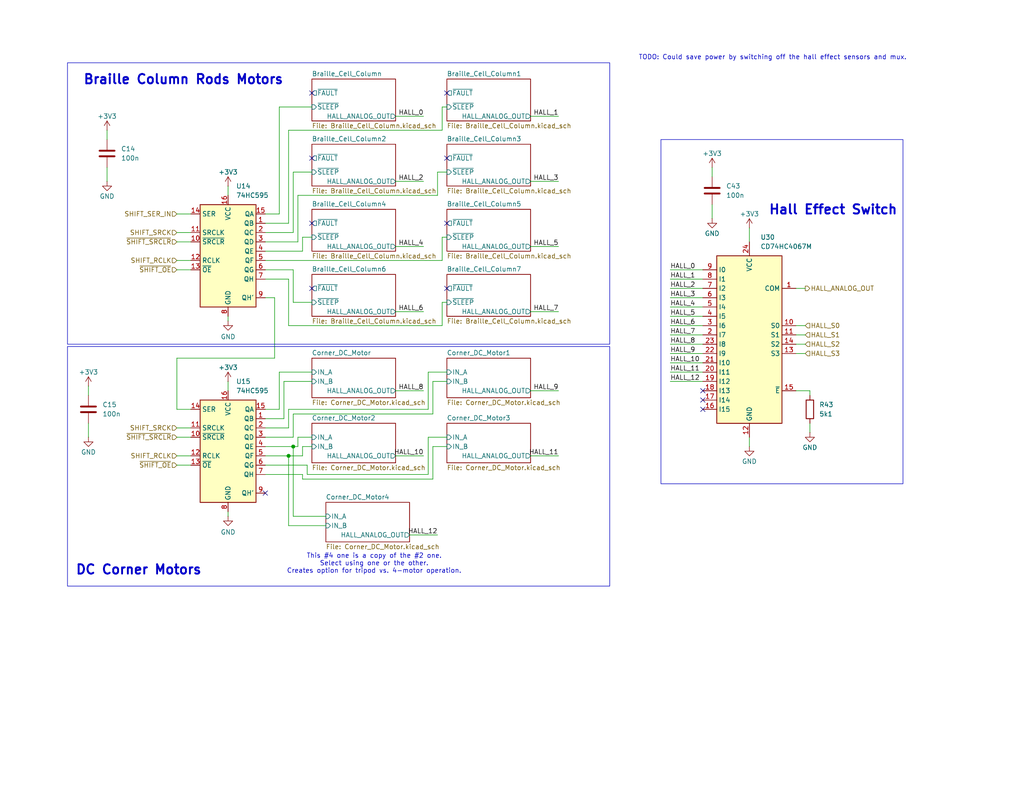
<source format=kicad_sch>
(kicad_sch (version 20231120) (generator "eeschema") (generator_version "8.0")
  (paper "USLetter")
  (lib_symbols
    (symbol "74xx:74HC595"
      (property "Reference" "U" (at -7.62 13.97 0))
      (property "Value" "74HC595" (at -7.62 -16.51 0))
      (symbol "74HC595_1_0"
        (pin tri_state line (at 10.16 7.62 180) (length 2.54) (name "QB") (number "1"))
        (pin input line (at -10.16 2.54 0) (length 2.54) (name "~{SRCLR}") (number "10"))
        (pin input line (at -10.16 5.08 0) (length 2.54) (name "SRCLK") (number "11"))
        (pin input line (at -10.16 -2.54 0) (length 2.54) (name "RCLK") (number "12"))
        (pin input line (at -10.16 -5.08 0) (length 2.54) (name "~{OE}") (number "13"))
        (pin input line (at -10.16 10.16 0) (length 2.54) (name "SER") (number "14"))
        (pin tri_state line (at 10.16 10.16 180) (length 2.54) (name "QA") (number "15"))
        (pin power_in line (at 0 15.24 270) (length 2.54) (name "VCC") (number "16"))
        (pin tri_state line (at 10.16 5.08 180) (length 2.54) (name "QC") (number "2"))
        (pin tri_state line (at 10.16 2.54 180) (length 2.54) (name "QD") (number "3"))
        (pin tri_state line (at 10.16 0 180) (length 2.54) (name "QE") (number "4"))
        (pin tri_state line (at 10.16 -2.54 180) (length 2.54) (name "QF") (number "5"))
        (pin tri_state line (at 10.16 -5.08 180) (length 2.54) (name "QG") (number "6"))
        (pin tri_state line (at 10.16 -7.62 180) (length 2.54) (name "QH") (number "7"))
        (pin power_in line (at 0 -17.78 90) (length 2.54) (name "GND") (number "8"))
        (pin output line (at 10.16 -12.7 180) (length 2.54) (name "QH'") (number "9"))
      )
      (symbol "74HC595_1_1"
        (rectangle (start -7.62 12.7) (end 7.62 -15.24) (stroke (width 0.254)) (fill (type background)))
      )
    )
    (symbol "74xx:CD74HC4067M"
      (property "Reference" "U" (at -8.89 22.86 0))
      (property "Value" "CD74HC4067M" (at 1.27 22.86 0))
      (symbol "CD74HC4067M_0_1"
        (rectangle (start -8.89 21.59) (end 8.89 -24.13) (stroke (width 0.254)) (fill (type background)))
      )
      (symbol "CD74HC4067M_1_1"
        (pin passive line (at -12.7 12.7 0) (length 3.81) (name "COM") (number "1"))
        (pin input line (at -12.7 2.54 0) (length 3.81) (name "S0") (number "10"))
        (pin input line (at -12.7 0 0) (length 3.81) (name "S1") (number "11"))
        (pin power_in line (at 0 -27.94 90) (length 3.81) (name "GND") (number "12"))
        (pin input line (at -12.7 -5.08 0) (length 3.81) (name "S3") (number "13"))
        (pin input line (at -12.7 -2.54 0) (length 3.81) (name "S2") (number "14"))
        (pin input line (at -12.7 -15.24 0) (length 3.81) (name "~{E}") (number "15"))
        (pin passive line (at 12.7 -20.32 180) (length 3.81) (name "I15") (number "16"))
        (pin passive line (at 12.7 -17.78 180) (length 3.81) (name "I14") (number "17"))
        (pin passive line (at 12.7 -15.24 180) (length 3.81) (name "I13") (number "18"))
        (pin passive line (at 12.7 -12.7 180) (length 3.81) (name "I12") (number "19"))
        (pin passive line (at 12.7 0 180) (length 3.81) (name "I7") (number "2"))
        (pin passive line (at 12.7 -10.16 180) (length 3.81) (name "I11") (number "20"))
        (pin passive line (at 12.7 -7.62 180) (length 3.81) (name "I10") (number "21"))
        (pin passive line (at 12.7 -5.08 180) (length 3.81) (name "I9") (number "22"))
        (pin passive line (at 12.7 -2.54 180) (length 3.81) (name "I8") (number "23"))
        (pin power_in line (at 0 25.4 270) (length 3.81) (name "VCC") (number "24"))
        (pin passive line (at 12.7 2.54 180) (length 3.81) (name "I6") (number "3"))
        (pin passive line (at 12.7 5.08 180) (length 3.81) (name "I5") (number "4"))
        (pin passive line (at 12.7 7.62 180) (length 3.81) (name "I4") (number "5"))
        (pin passive line (at 12.7 10.16 180) (length 3.81) (name "I3") (number "6"))
        (pin passive line (at 12.7 12.7 180) (length 3.81) (name "I2") (number "7"))
        (pin passive line (at 12.7 15.24 180) (length 3.81) (name "I1") (number "8"))
        (pin passive line (at 12.7 17.78 180) (length 3.81) (name "I0") (number "9"))
      )
    )
    (symbol "Device:C" (pin_numbers hide) (pin_names (offset 0.254))
      (property "Reference" "C" (at 0.635 2.54 0))
      (property "Value" "C" (at 0.635 -2.54 0))
      (symbol "C_0_1"
        (polyline (pts (xy -2.032 -0.762) (xy 2.032 -0.762)) (stroke (width 0.508)))
        (polyline (pts (xy -2.032 0.762) (xy 2.032 0.762)) (stroke (width 0.508)))
      )
      (symbol "C_1_1"
        (pin passive line (at 0 3.81 270) (length 2.794) (name "~") (number "1"))
        (pin passive line (at 0 -3.81 90) (length 2.794) (name "~") (number "2"))
      )
    )
    (symbol "Device:R" (pin_numbers hide) (pin_names (offset 0))
      (property "Reference" "R" (at 2.032 0 90))
      (property "Value" "R" (at 0 0 90))
      (symbol "R_0_1"
        (rectangle (start -1.016 -2.54) (end 1.016 2.54) (stroke (width 0.254)))
      )
      (symbol "R_1_1"
        (pin passive line (at 0 3.81 270) (length 1.27) (name "~") (number "1"))
        (pin passive line (at 0 -3.81 90) (length 1.27) (name "~") (number "2"))
      )
    )
    (symbol "power:+3V3" (power) (pin_numbers hide) (pin_names (offset 0) hide)
      (property "Value" "+3V3" (at 0 3.556 0))
      (symbol "+3V3_0_1"
        (polyline (pts (xy -0.762 1.27) (xy 0 2.54)))
        (polyline (pts (xy 0 0) (xy 0 2.54)))
        (polyline (pts (xy 0 2.54) (xy 0.762 1.27)))
      )
      (symbol "+3V3_1_1"
        (pin power_in line (at 0 0 90) (length 0) (name "~") (number "1"))
      )
    )
    (symbol "power:GND" (power) (pin_numbers hide) (pin_names (offset 0) hide)
      (property "Value" "GND" (at 0 -3.81 0))
      (symbol "GND_0_1"
        (polyline (pts (xy 0 0) (xy 0 -1.27) (xy 1.27 -1.27) (xy 0 -2.54) (xy -1.27 -1.27) (xy 0 -1.27)))
      )
      (symbol "GND_1_1"
        (pin power_in line (at 0 0 270) (length 0) (name "~") (number "1"))
      )
    )
  )
  (junction (at 80.01 121.92))
  (junction (at 78.74 124.46))
  (no_connect (at 85.09 25.4))
  (no_connect (at 191.77 111.76))
  (no_connect (at 191.77 109.22))
  (no_connect (at 85.09 60.96))
  (no_connect (at 191.77 106.68))
  (no_connect (at 121.92 60.96))
  (no_connect (at 72.39 134.62))
  (no_connect (at 121.92 25.4))
  (no_connect (at 85.09 43.18))
  (no_connect (at 121.92 78.74))
  (no_connect (at 121.92 43.18))
  (no_connect (at 85.09 78.74))
  (wire (pts (xy 78.74 35.56) (xy 120.65 35.56)))
  (wire (pts (xy 120.65 88.9) (xy 120.65 82.55)))
  (wire (pts (xy 204.47 119.38) (xy 204.47 121.92)))
  (wire (pts (xy 107.95 49.53) (xy 115.57 49.53)))
  (wire (pts (xy 144.78 49.53) (xy 152.4 49.53)))
  (wire (pts (xy 119.38 53.34) (xy 119.38 46.99)))
  (wire (pts (xy 48.26 71.12) (xy 52.07 71.12)))
  (wire (pts (xy 76.2 58.42) (xy 76.2 29.21)))
  (wire (pts (xy 144.78 124.46) (xy 152.4 124.46)))
  (wire (pts (xy 72.39 68.58) (xy 82.55 68.58)))
  (wire (pts (xy 48.26 111.76) (xy 48.26 97.79)))
  (wire (pts (xy 182.88 99.06) (xy 191.77 99.06)))
  (wire (pts (xy 182.88 76.2) (xy 191.77 76.2)))
  (wire (pts (xy 182.88 81.28) (xy 191.77 81.28)))
  (wire (pts (xy 144.78 106.68) (xy 152.4 106.68)))
  (wire (pts (xy 74.93 97.79) (xy 74.93 81.28)))
  (wire (pts (xy 107.95 85.09) (xy 115.57 85.09)))
  (wire (pts (xy 72.39 116.84) (xy 78.74 116.84)))
  (wire (pts (xy 72.39 129.54) (xy 82.55 129.54)))
  (wire (pts (xy 111.76 146.05) (xy 119.38 146.05)))
  (wire (pts (xy 144.78 85.09) (xy 152.4 85.09)))
  (wire (pts (xy 72.39 111.76) (xy 76.2 111.76)))
  (wire (pts (xy 24.13 115.57) (xy 24.13 119.38)))
  (wire (pts (xy 72.39 71.12) (xy 120.65 71.12)))
  (wire (pts (xy 48.26 116.84) (xy 52.07 116.84)))
  (wire (pts (xy 72.39 73.66) (xy 80.01 73.66)))
  (wire (pts (xy 48.26 111.76) (xy 52.07 111.76)))
  (wire (pts (xy 80.01 119.38) (xy 80.01 113.03)))
  (wire (pts (xy 48.26 119.38) (xy 52.07 119.38)))
  (wire (pts (xy 182.88 73.66) (xy 191.77 73.66)))
  (wire (pts (xy 118.11 121.92) (xy 121.92 121.92)))
  (wire (pts (xy 120.65 29.21) (xy 121.92 29.21)))
  (wire (pts (xy 82.55 130.81) (xy 118.11 130.81)))
  (wire (pts (xy 62.23 50.8) (xy 62.23 53.34)))
  (wire (pts (xy 182.88 101.6) (xy 191.77 101.6)))
  (wire (pts (xy 182.88 83.82) (xy 191.77 83.82)))
  (wire (pts (xy 107.95 31.75) (xy 115.57 31.75)))
  (wire (pts (xy 80.01 46.99) (xy 85.09 46.99)))
  (wire (pts (xy 48.26 124.46) (xy 52.07 124.46)))
  (wire (pts (xy 88.9 143.51) (xy 78.74 143.51)))
  (wire (pts (xy 72.39 66.04) (xy 81.28 66.04)))
  (wire (pts (xy 182.88 104.14) (xy 191.77 104.14)))
  (wire (pts (xy 77.47 104.14) (xy 85.09 104.14)))
  (wire (pts (xy 217.17 78.74) (xy 219.71 78.74)))
  (wire (pts (xy 72.39 127) (xy 83.82 127)))
  (wire (pts (xy 81.28 53.34) (xy 119.38 53.34)))
  (wire (pts (xy 118.11 113.03) (xy 118.11 104.14)))
  (wire (pts (xy 107.95 106.68) (xy 115.57 106.68)))
  (wire (pts (xy 204.47 62.23) (xy 204.47 66.04)))
  (wire (pts (xy 116.84 119.38) (xy 121.92 119.38)))
  (wire (pts (xy 78.74 143.51) (xy 78.74 124.46)))
  (wire (pts (xy 116.84 129.54) (xy 116.84 119.38)))
  (wire (pts (xy 78.74 124.46) (xy 82.55 124.46)))
  (wire (pts (xy 24.13 105.41) (xy 24.13 107.95)))
  (wire (pts (xy 72.39 121.92) (xy 80.01 121.92)))
  (wire (pts (xy 217.17 88.9) (xy 219.71 88.9)))
  (wire (pts (xy 217.17 106.68) (xy 220.98 106.68)))
  (wire (pts (xy 82.55 121.92) (xy 85.09 121.92)))
  (wire (pts (xy 182.88 88.9) (xy 191.77 88.9)))
  (wire (pts (xy 72.39 58.42) (xy 76.2 58.42)))
  (wire (pts (xy 107.95 124.46) (xy 115.57 124.46)))
  (wire (pts (xy 182.88 78.74) (xy 191.77 78.74)))
  (wire (pts (xy 81.28 66.04) (xy 81.28 53.34)))
  (wire (pts (xy 72.39 119.38) (xy 80.01 119.38)))
  (wire (pts (xy 194.31 55.88) (xy 194.31 59.69)))
  (wire (pts (xy 82.55 129.54) (xy 82.55 130.81)))
  (wire (pts (xy 217.17 91.44) (xy 219.71 91.44)))
  (wire (pts (xy 120.65 64.77) (xy 121.92 64.77)))
  (wire (pts (xy 78.74 60.96) (xy 78.74 35.56)))
  (wire (pts (xy 182.88 91.44) (xy 191.77 91.44)))
  (wire (pts (xy 78.74 88.9) (xy 120.65 88.9)))
  (wire (pts (xy 72.39 114.3) (xy 77.47 114.3)))
  (wire (pts (xy 118.11 104.14) (xy 121.92 104.14)))
  (wire (pts (xy 72.39 124.46) (xy 78.74 124.46)))
  (wire (pts (xy 80.01 113.03) (xy 118.11 113.03)))
  (wire (pts (xy 80.01 63.5) (xy 80.01 46.99)))
  (wire (pts (xy 144.78 67.31) (xy 152.4 67.31)))
  (wire (pts (xy 107.95 67.31) (xy 115.57 67.31)))
  (wire (pts (xy 217.17 93.98) (xy 219.71 93.98)))
  (wire (pts (xy 62.23 104.14) (xy 62.23 106.68)))
  (wire (pts (xy 144.78 31.75) (xy 152.4 31.75)))
  (wire (pts (xy 217.17 96.52) (xy 219.71 96.52)))
  (wire (pts (xy 81.28 121.92) (xy 81.28 119.38)))
  (wire (pts (xy 120.65 82.55) (xy 121.92 82.55)))
  (wire (pts (xy 119.38 46.99) (xy 121.92 46.99)))
  (wire (pts (xy 29.21 35.56) (xy 29.21 38.1)))
  (wire (pts (xy 88.9 140.97) (xy 80.01 140.97)))
  (wire (pts (xy 81.28 119.38) (xy 85.09 119.38)))
  (wire (pts (xy 83.82 127) (xy 83.82 129.54)))
  (wire (pts (xy 82.55 68.58) (xy 82.55 64.77)))
  (wire (pts (xy 76.2 29.21) (xy 85.09 29.21)))
  (wire (pts (xy 48.26 127) (xy 52.07 127)))
  (wire (pts (xy 62.23 140.97) (xy 62.23 139.7)))
  (wire (pts (xy 80.01 73.66) (xy 80.01 82.55)))
  (wire (pts (xy 76.2 101.6) (xy 85.09 101.6)))
  (wire (pts (xy 82.55 64.77) (xy 85.09 64.77)))
  (wire (pts (xy 48.26 97.79) (xy 74.93 97.79)))
  (wire (pts (xy 83.82 129.54) (xy 116.84 129.54)))
  (wire (pts (xy 78.74 111.76) (xy 116.84 111.76)))
  (wire (pts (xy 120.65 35.56) (xy 120.65 29.21)))
  (wire (pts (xy 80.01 121.92) (xy 81.28 121.92)))
  (wire (pts (xy 62.23 87.63) (xy 62.23 86.36)))
  (wire (pts (xy 72.39 63.5) (xy 80.01 63.5)))
  (wire (pts (xy 78.74 76.2) (xy 78.74 88.9)))
  (wire (pts (xy 74.93 81.28) (xy 72.39 81.28)))
  (wire (pts (xy 116.84 111.76) (xy 116.84 101.6)))
  (wire (pts (xy 182.88 86.36) (xy 191.77 86.36)))
  (wire (pts (xy 80.01 140.97) (xy 80.01 121.92)))
  (wire (pts (xy 48.26 66.04) (xy 52.07 66.04)))
  (wire (pts (xy 116.84 101.6) (xy 121.92 101.6)))
  (wire (pts (xy 48.26 73.66) (xy 52.07 73.66)))
  (wire (pts (xy 72.39 60.96) (xy 78.74 60.96)))
  (wire (pts (xy 29.21 45.72) (xy 29.21 49.53)))
  (wire (pts (xy 77.47 114.3) (xy 77.47 104.14)))
  (wire (pts (xy 182.88 93.98) (xy 191.77 93.98)))
  (wire (pts (xy 48.26 58.42) (xy 52.07 58.42)))
  (wire (pts (xy 48.26 63.5) (xy 52.07 63.5)))
  (wire (pts (xy 72.39 76.2) (xy 78.74 76.2)))
  (wire (pts (xy 76.2 111.76) (xy 76.2 101.6)))
  (wire (pts (xy 220.98 107.95) (xy 220.98 106.68)))
  (wire (pts (xy 78.74 116.84) (xy 78.74 111.76)))
  (wire (pts (xy 82.55 124.46) (xy 82.55 121.92)))
  (wire (pts (xy 194.31 45.72) (xy 194.31 48.26)))
  (wire (pts (xy 80.01 82.55) (xy 85.09 82.55)))
  (wire (pts (xy 220.98 115.57) (xy 220.98 118.11)))
  (wire (pts (xy 118.11 130.81) (xy 118.11 121.92)))
  (wire (pts (xy 120.65 71.12) (xy 120.65 64.77)))
  (wire (pts (xy 182.88 96.52) (xy 191.77 96.52)))
  (rectangle (start 18.415 94.615) (end 166.37 160.02))
  (rectangle (start 180.34 38.1) (end 246.38 132.08))
  (rectangle (start 18.415 17.145) (end 166.37 93.98))
  (text "Hall Effect Switch" (at 227.33 57.404 0) (effects (font (size 2.54 2.54) (thickness 0.508) (bold yes))))
  (text "Braille Column Rods Motors" (at 50.038 21.844 0) (effects (font (size 2.54 2.54) (thickness 0.508) (bold yes))))
  (text "TODO: Could save power by switching off the hall effect sensors and mux." (at 210.82 15.748 0) (effects (font (size 1.27 1.27))))
  (text "DC Corner Motors" (at 37.846 155.702 0) (effects (font (size 2.54 2.54) (thickness 0.508) (bold yes))))
  (text "This #4 one is a copy of the #2 one.\nSelect using one or the other.\nCreates option for tripod vs. 4-motor operation." (at 102.108 153.924 0) (effects (font (size 1.27 1.27))))
  (label "HALL_1" (at 182.88 76.2 0))
  (label "HALL_5" (at 182.88 86.36 0))
  (label "HALL_4" (at 182.88 83.82 0))
  (label "HALL_1" (at 152.4 31.75 180))
  (label "HALL_10" (at 115.57 124.46 180))
  (label "HALL_7" (at 182.88 91.44 0))
  (label "HALL_0" (at 115.57 31.75 180))
  (label "HALL_3" (at 152.4 49.53 180))
  (label "HALL_9" (at 152.4 106.68 180))
  (label "HALL_9" (at 182.88 96.52 0))
  (label "HALL_11" (at 182.88 101.6 0))
  (label "HALL_6" (at 182.88 88.9 0))
  (label "HALL_8" (at 182.88 93.98 0))
  (label "HALL_0" (at 182.88 73.66 0))
  (label "HALL_8" (at 115.57 106.68 180))
  (label "HALL_3" (at 182.88 81.28 0))
  (label "HALL_10" (at 182.88 99.06 0))
  (label "HALL_2" (at 182.88 78.74 0))
  (label "HALL_12" (at 119.38 146.05 180))
  (label "HALL_2" (at 115.57 49.53 180))
  (label "HALL_12" (at 182.88 104.14 0))
  (label "HALL_11" (at 152.4 124.46 180))
  (label "HALL_7" (at 152.4 85.09 180))
  (label "HALL_4" (at 115.57 67.31 180))
  (label "HALL_5" (at 152.4 67.31 180))
  (label "HALL_6" (at 115.57 85.09 180))
  (hierarchical_label "~{SHIFT_OE}" (shape input) (at 48.26 127 180))
  (hierarchical_label "~{SHIFT_OE}" (shape input) (at 48.26 73.66 180))
  (hierarchical_label "SHIFT_SER_IN" (shape input) (at 48.26 58.42 180))
  (hierarchical_label "HALL_S1" (shape input) (at 219.71 91.44 0))
  (hierarchical_label "HALL_S3" (shape input) (at 219.71 96.52 0))
  (hierarchical_label "~{SHIFT_SRCLR}" (shape input) (at 48.26 66.04 180))
  (hierarchical_label "SHIFT_RCLK" (shape input) (at 48.26 124.46 180))
  (hierarchical_label "SHIFT_SRCK" (shape input) (at 48.26 116.84 180))
  (hierarchical_label "HALL_S2" (shape input) (at 219.71 93.98 0))
  (hierarchical_label "HALL_S0" (shape input) (at 219.71 88.9 0))
  (hierarchical_label "HALL_ANALOG_OUT" (shape output) (at 219.71 78.74 0))
  (hierarchical_label "SHIFT_SRCK" (shape input) (at 48.26 63.5 180))
  (hierarchical_label "~{SHIFT_SRCLR}" (shape input) (at 48.26 119.38 180))
  (hierarchical_label "SHIFT_RCLK" (shape input) (at 48.26 71.12 180))
  (symbol (lib_id "74xx:74HC595") (at 62.23 68.58 0) (unit 1)
    (property "Reference" "U14" (at 64.4241 50.8 0) (effects (justify left)))
    (property "Value" "74HC595" (at 64.4241 53.34 0) (effects (justify left)))
    (property "Footprint" "Package_SO:SOP-16_3.9x9.9mm_P1.27mm" (effects (hide yes)))
    (property "Datasheet" "http://www.ti.com/lit/ds/symlink/sn74hc595.pdf" (effects (hide yes)))
    (property "Description" "8-bit serial in/out Shift Register 3-State Outputs" (effects (hide yes)))
  )
  (symbol (lib_id "Device:C") (at 24.13 111.76 0) (unit 1)
    (property "Reference" "C15" (at 27.94 110.4899 0) (effects (justify left)))
    (property "Value" "100n" (at 27.94 113.0299 0) (effects (justify left)))
    (property "Footprint" "Capacitor_SMD:C_0603_1608Metric_Pad1.08x0.95mm_HandSolder" (effects (hide yes)))
    (property "Description" "Unpolarized capacitor" (effects (hide yes)))
  )
  (symbol (lib_id "power:GND") (at 24.13 119.38 0) (unit 1)
    (property "Reference" "#PWR0106" (effects (hide yes)))
    (property "Value" "GND" (at 24.13 123.444 0))
    (property "Description" "Power symbol creates a global label with name \"GND\" , ground" (effects (hide yes)))
  )
  (symbol (lib_id "power:GND") (at 29.21 49.53 0) (unit 1)
    (property "Reference" "#PWR0107" (effects (hide yes)))
    (property "Value" "GND" (at 29.21 53.594 0))
    (property "Description" "Power symbol creates a global label with name \"GND\" , ground" (effects (hide yes)))
  )
  (symbol (lib_id "power:+3V3") (at 29.21 35.56 0) (unit 1)
    (property "Reference" "#PWR0104" (effects (hide yes)))
    (property "Value" "+3V3" (at 29.21 31.75 0))
    (property "Description" "Power symbol creates a global label with name \"+3V3\"" (effects (hide yes)))
  )
  (symbol (lib_id "Device:R") (at 220.98 111.76 0) (unit 1)
    (property "Reference" "R43" (at 223.52 110.4899 0) (effects (justify left)))
    (property "Value" "5k1" (at 223.52 113.0299 0) (effects (justify left)))
    (property "Footprint" "Resistor_SMD:R_0603_1608Metric_Pad0.98x0.95mm_HandSolder" (effects (hide yes)))
    (property "Description" "Resistor" (effects (hide yes)))
  )
  (symbol (lib_id "power:+3V3") (at 62.23 104.14 0) (unit 1)
    (property "Reference" "#PWR0108" (effects (hide yes)))
    (property "Value" "+3V3" (at 62.23 100.33 0))
    (property "Description" "Power symbol creates a global label with name \"+3V3\"" (effects (hide yes)))
  )
  (symbol (lib_id "power:GND") (at 62.23 140.97 0) (unit 1)
    (property "Reference" "#PWR0109" (effects (hide yes)))
    (property "Value" "GND" (at 62.23 145.288 0))
    (property "Description" "Power symbol creates a global label with name \"GND\" , ground" (effects (hide yes)))
  )
  (symbol (lib_id "power:+3V3") (at 194.31 45.72 0) (unit 1)
    (property "Reference" "#PWR0166" (effects (hide yes)))
    (property "Value" "+3V3" (at 194.31 41.91 0))
    (property "Description" "Power symbol creates a global label with name \"+3V3\"" (effects (hide yes)))
  )
  (symbol (lib_id "power:+3V3") (at 62.23 50.8 0) (unit 1)
    (property "Reference" "#PWR02" (effects (hide yes)))
    (property "Value" "+3V3" (at 62.23 46.99 0))
    (property "Description" "Power symbol creates a global label with name \"+3V3\"" (effects (hide yes)))
  )
  (symbol (lib_id "power:GND") (at 204.47 121.92 0) (unit 1)
    (property "Reference" "#PWR0169" (effects (hide yes)))
    (property "Value" "GND" (at 204.47 125.984 0))
    (property "Description" "Power symbol creates a global label with name \"GND\" , ground" (effects (hide yes)))
  )
  (symbol (lib_id "power:GND") (at 220.98 118.11 0) (unit 1)
    (property "Reference" "#PWR0170" (effects (hide yes)))
    (property "Value" "GND" (at 220.98 122.174 0))
    (property "Description" "Power symbol creates a global label with name \"GND\" , ground" (effects (hide yes)))
  )
  (symbol (lib_id "power:+3V3") (at 204.47 62.23 0) (unit 1)
    (property "Reference" "#PWR0168" (effects (hide yes)))
    (property "Value" "+3V3" (at 204.47 58.42 0))
    (property "Description" "Power symbol creates a global label with name \"+3V3\"" (effects (hide yes)))
  )
  (symbol (lib_id "power:GND") (at 194.31 59.69 0) (unit 1)
    (property "Reference" "#PWR0167" (effects (hide yes)))
    (property "Value" "GND" (at 194.31 63.754 0))
    (property "Description" "Power symbol creates a global label with name \"GND\" , ground" (effects (hide yes)))
  )
  (symbol (lib_id "power:+3V3") (at 24.13 105.41 0) (unit 1)
    (property "Reference" "#PWR0105" (effects (hide yes)))
    (property "Value" "+3V3" (at 24.13 101.6 0))
    (property "Description" "Power symbol creates a global label with name \"+3V3\"" (effects (hide yes)))
  )
  (symbol (lib_id "74xx:74HC595") (at 62.23 121.92 0) (unit 1)
    (property "Reference" "U15" (at 64.4241 104.14 0) (effects (justify left)))
    (property "Value" "74HC595" (at 64.4241 106.68 0) (effects (justify left)))
    (property "Footprint" "Package_SO:SOP-16_3.9x9.9mm_P1.27mm" (effects (hide yes)))
    (property "Datasheet" "http://www.ti.com/lit/ds/symlink/sn74hc595.pdf" (effects (hide yes)))
    (property "Description" "8-bit serial in/out Shift Register 3-State Outputs" (effects (hide yes)))
  )
  (symbol (lib_id "power:GND") (at 62.23 87.63 0) (unit 1)
    (property "Reference" "#PWR0103" (effects (hide yes)))
    (property "Value" "GND" (at 62.23 91.948 0))
    (property "Description" "Power symbol creates a global label with name \"GND\" , ground" (effects (hide yes)))
  )
  (symbol (lib_id "Device:C") (at 29.21 41.91 0) (unit 1)
    (property "Reference" "C14" (at 33.02 40.6399 0) (effects (justify left)))
    (property "Value" "100n" (at 33.02 43.1799 0) (effects (justify left)))
    (property "Footprint" "Capacitor_SMD:C_0603_1608Metric_Pad1.08x0.95mm_HandSolder" (effects (hide yes)))
    (property "Description" "Unpolarized capacitor" (effects (hide yes)))
  )
  (symbol (lib_id "74xx:CD74HC4067M") (at 204.47 91.44 0) (mirror y) (unit 1)
    (property "Reference" "U30" (at 207.4865 64.77 0) (effects (justify right)))
    (property "Value" "CD74HC4067M" (at 207.4865 67.31 0) (effects (justify right)))
    (property "Footprint" "Package_SO:SOIC-24W_7.5x15.4mm_P1.27mm" (effects (hide yes)))
    (property "Datasheet" "http://www.ti.com/lit/ds/symlink/cd74hc4067.pdf" (effects (hide yes)))
    (property "Description" "High-Speed CMOS Logic 16-Channel Analog Multiplexer/Demultiplexer, SOIC-24" (effects (hide yes)))
  )
  (symbol (lib_id "Device:C") (at 194.31 52.07 0) (unit 1)
    (property "Reference" "C43" (at 198.12 50.7999 0) (effects (justify left)))
    (property "Value" "100n" (at 198.12 53.3399 0) (effects (justify left)))
    (property "Footprint" "Capacitor_SMD:C_0603_1608Metric_Pad1.08x0.95mm_HandSolder" (effects (hide yes)))
    (property "Description" "Unpolarized capacitor" (effects (hide yes)))
  )
  (sheet (at 121.92 115.57) (size 22.86 10.795) (stroke (width 0.1524))
    (property "Sheetname" "Corner_DC_Motor3" (at 121.92 114.8584 0) (effects (justify left bottom)))
    (property "Sheetfile" "Corner_DC_Motor.kicad_sch" (at 121.92 126.9496 0) (effects (justify left top)))
    (pin "IN_A" input (at 121.92 119.38 180))
    (pin "IN_B" input (at 121.92 121.92 180))
    (pin "HALL_ANALOG_OUT" output (at 144.78 124.46 0))
  )
  (sheet (at 121.92 57.15) (size 22.86 11.43) (stroke (width 0.1524))
    (property "Sheetname" "Braille_Cell_Column5" (at 121.92 56.4384 0) (effects (justify left bottom)))
    (property "Sheetfile" "Braille_Cell_Column.kicad_sch" (at 121.92 69.1646 0) (effects (justify left top)))
    (pin "~{FAULT}" output (at 121.92 60.96 180))
    (pin "~{SLEEP}" input (at 121.92 64.77 180))
    (pin "HALL_ANALOG_OUT" output (at 144.78 67.31 0))
  )
  (sheet (at 121.92 97.79) (size 22.86 10.795) (stroke (width 0.1524))
    (property "Sheetname" "Corner_DC_Motor1" (at 121.92 97.0784 0) (effects (justify left bottom)))
    (property "Sheetfile" "Corner_DC_Motor.kicad_sch" (at 121.92 109.1696 0) (effects (justify left top)))
    (pin "IN_A" input (at 121.92 101.6 180))
    (pin "IN_B" input (at 121.92 104.14 180))
    (pin "HALL_ANALOG_OUT" output (at 144.78 106.68 0))
  )
  (sheet (at 121.92 39.37) (size 22.86 11.43) (stroke (width 0.1524))
    (property "Sheetname" "Braille_Cell_Column3" (at 121.92 38.6584 0) (effects (justify left bottom)))
    (property "Sheetfile" "Braille_Cell_Column.kicad_sch" (at 121.92 51.3846 0) (effects (justify left top)))
    (pin "~{FAULT}" output (at 121.92 43.18 180))
    (pin "~{SLEEP}" input (at 121.92 46.99 180))
    (pin "HALL_ANALOG_OUT" output (at 144.78 49.53 0))
  )
  (sheet (at 85.09 97.79) (size 22.86 10.795) (stroke (width 0.1524))
    (property "Sheetname" "Corner_DC_Motor" (at 85.09 97.0784 0) (effects (justify left bottom)))
    (property "Sheetfile" "Corner_DC_Motor.kicad_sch" (at 85.09 109.1696 0) (effects (justify left top)))
    (pin "IN_A" input (at 85.09 101.6 180))
    (pin "IN_B" input (at 85.09 104.14 180))
    (pin "HALL_ANALOG_OUT" output (at 107.95 106.68 0))
  )
  (sheet (at 121.92 74.93) (size 22.86 11.43) (stroke (width 0.1524))
    (property "Sheetname" "Braille_Cell_Column7" (at 121.92 74.2184 0) (effects (justify left bottom)))
    (property "Sheetfile" "Braille_Cell_Column.kicad_sch" (at 121.92 86.9446 0) (effects (justify left top)))
    (pin "~{FAULT}" output (at 121.92 78.74 180))
    (pin "~{SLEEP}" input (at 121.92 82.55 180))
    (pin "HALL_ANALOG_OUT" output (at 144.78 85.09 0))
  )
  (sheet (at 88.9 137.16) (size 22.86 10.795) (stroke (width 0.1524))
    (property "Sheetname" "Corner_DC_Motor4" (at 88.9 136.4484 0) (effects (justify left bottom)))
    (property "Sheetfile" "Corner_DC_Motor.kicad_sch" (at 88.9 148.5396 0) (effects (justify left top)))
    (pin "IN_A" input (at 88.9 140.97 180))
    (pin "IN_B" input (at 88.9 143.51 180))
    (pin "HALL_ANALOG_OUT" output (at 111.76 146.05 0))
  )
  (sheet (at 85.09 21.59) (size 22.86 11.43) (stroke (width 0.1524))
    (property "Sheetname" "Braille_Cell_Column" (at 85.09 20.8784 0) (effects (justify left bottom)))
    (property "Sheetfile" "Braille_Cell_Column.kicad_sch" (at 85.09 33.6046 0) (effects (justify left top)))
    (pin "~{FAULT}" output (at 85.09 25.4 180))
    (pin "~{SLEEP}" input (at 85.09 29.21 180))
    (pin "HALL_ANALOG_OUT" output (at 107.95 31.75 0))
  )
  (sheet (at 121.92 21.59) (size 22.86 11.43) (stroke (width 0.1524))
    (property "Sheetname" "Braille_Cell_Column1" (at 121.92 20.8784 0) (effects (justify left bottom)))
    (property "Sheetfile" "Braille_Cell_Column.kicad_sch" (at 121.92 33.6046 0) (effects (justify left top)))
    (pin "~{FAULT}" output (at 121.92 25.4 180))
    (pin "~{SLEEP}" input (at 121.92 29.21 180))
    (pin "HALL_ANALOG_OUT" output (at 144.78 31.75 0))
  )
  (sheet (at 85.09 39.37) (size 22.86 11.43) (stroke (width 0.1524))
    (property "Sheetname" "Braille_Cell_Column2" (at 85.09 38.6584 0) (effects (justify left bottom)))
    (property "Sheetfile" "Braille_Cell_Column.kicad_sch" (at 85.09 51.3846 0) (effects (justify left top)))
    (pin "~{FAULT}" output (at 85.09 43.18 180))
    (pin "~{SLEEP}" input (at 85.09 46.99 180))
    (pin "HALL_ANALOG_OUT" output (at 107.95 49.53 0))
  )
  (sheet (at 85.09 115.57) (size 22.86 10.795) (stroke (width 0.1524))
    (property "Sheetname" "Corner_DC_Motor2" (at 85.09 114.8584 0) (effects (justify left bottom)))
    (property "Sheetfile" "Corner_DC_Motor.kicad_sch" (at 85.09 126.9496 0) (effects (justify left top)))
    (pin "IN_A" input (at 85.09 119.38 180))
    (pin "IN_B" input (at 85.09 121.92 180))
    (pin "HALL_ANALOG_OUT" output (at 107.95 124.46 0))
  )
  (sheet (at 85.09 74.93) (size 22.86 11.43) (stroke (width 0.1524))
    (property "Sheetname" "Braille_Cell_Column6" (at 85.09 74.2184 0) (effects (justify left bottom)))
    (property "Sheetfile" "Braille_Cell_Column.kicad_sch" (at 85.09 86.9446 0) (effects (justify left top)))
    (pin "~{FAULT}" output (at 85.09 78.74 180))
    (pin "~{SLEEP}" input (at 85.09 82.55 180))
    (pin "HALL_ANALOG_OUT" output (at 107.95 85.09 0))
  )
  (sheet (at 85.09 57.15) (size 22.86 11.43) (stroke (width 0.1524))
    (property "Sheetname" "Braille_Cell_Column4" (at 85.09 56.4384 0) (effects (justify left bottom)))
    (property "Sheetfile" "Braille_Cell_Column.kicad_sch" (at 85.09 69.1646 0) (effects (justify left top)))
    (pin "~{FAULT}" output (at 85.09 60.96 180))
    (pin "~{SLEEP}" input (at 85.09 64.77 180))
    (pin "HALL_ANALOG_OUT" output (at 107.95 67.31 0))
  )
)
</source>
